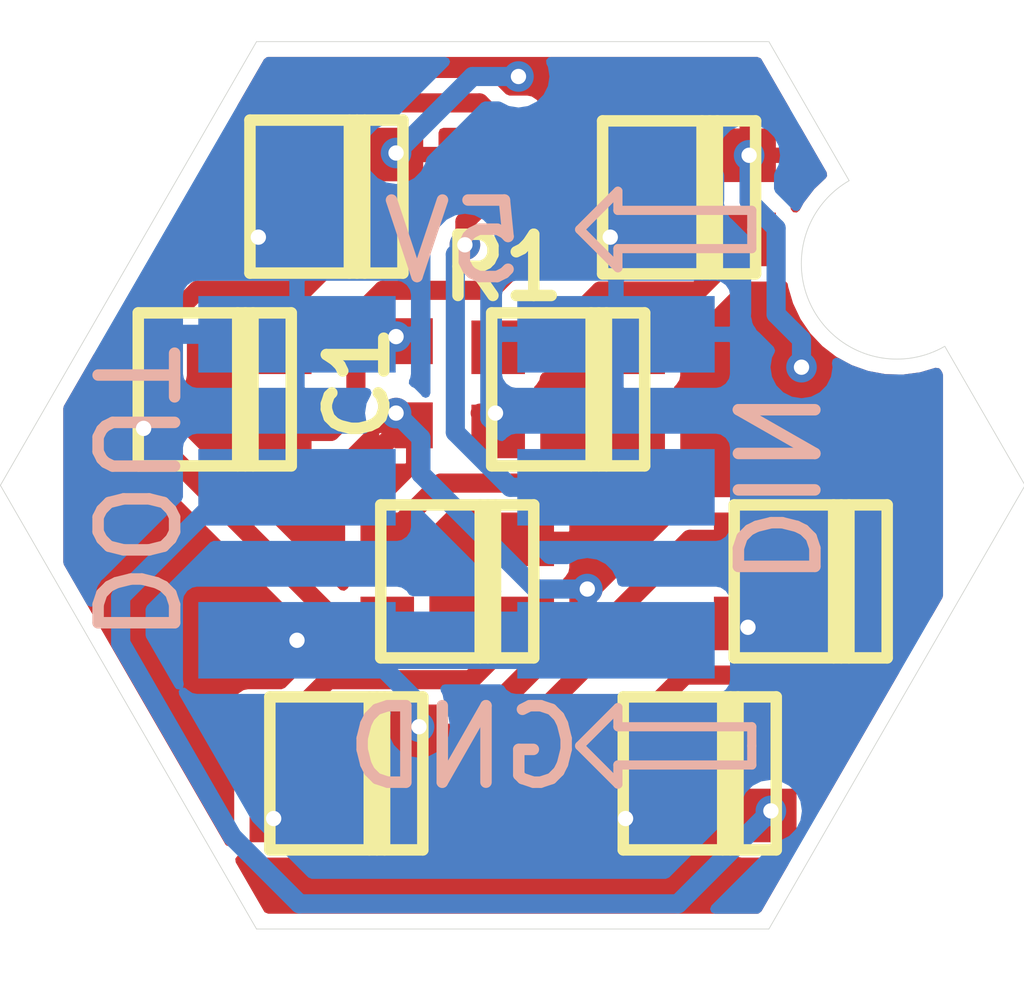
<source format=kicad_pcb>
(kicad_pcb (version 20211014) (generator pcbnew)
  (layers (0 "F.Cu" signal) (31 "B.Cu" signal) (34 "B.Paste" user) (35 "F.Paste" user) (36 "B.SilkS" user "B.Silkscreen") (37 "F.SilkS" user "F.Silkscreen") (38 "B.Mask" user) (39 "F.Mask" user) (44 "Edge.Cuts" user))
  (net 0 "")
  (net 1 "GND")
  (net 2 "+5V")
  (net 3 "R1_R2")
  (net 4 "R2_R3")
  (net 5 "LED_IN")
  (net 6 "LED_OUT")
  (net 7 "Net-(D1-Pad4)")
  (net 8 "Net-(D1-Pad2)")
  (net 9 "Net-(D3-Pad2)")
  (net 10 "Net-(D4-Pad2)")
  (net 11 "Net-(D5-Pad2)")
  (net 12 "Net-(D7-Pad2)")
  (footprint "Capacitors_SMD:C_0402_NoSilk" (layer "F.Cu") (at 150.83 98.01 -90)
    (fp_text reference "C1" (at 0 0.73 90) (layer "F.SilkS") (effects (font (size 0.75 0.75))))
    (fp_text value "100nF" hide)
    (pad "1" smd rect locked (at -0.55 0 270) (size 0.6 0.5) (layers "F.Cu" "F.Paste" "F.Mask") (net 2 "+5V"))
    (pad "2" smd rect locked (at 0.55 0 270) (size 0.6 0.5) (layers "F.Cu" "F.Paste" "F.Mask") (net 1 "GND"))
  )
  (footprint "Resistors_SMD:R_0402_NoSilk" (layer "F.Cu") (at 151.995 95.1 90)
    (fp_text reference "R1" (at -1.4 0.005 180) (layer "F.SilkS") (effects (font (size 0.8 0.8))))
    (fp_text value "470R" hide)
    (pad "1" smd rect locked (at -0.45 0 90) (size 0.4 0.6) (layers "F.Cu" "F.Paste" "F.Mask") (net 5 "LED_IN"))
    (pad "2" smd rect locked (at 0.45 0 90) (size 0.4 0.6) (layers "F.Cu" "F.Paste" "F.Mask") (net 7 "Net-(D1-Pad4)"))
  )
  (footprint "RGBW_LED_circular_panel_for_Stealthburner:WS2812B-2020" (layer "F.Cu") (at 149.69 95.57)
    (fp_text reference "D1" hide)
    (fp_text value "WS2812B" hide)
    (fp_line (start 1 1) (end 1 -1) (layer "F.SilkS") (width 0.15))
    (fp_line (start 0.3 1) (end 0.3 -1) (layer "F.SilkS") (width 0.15))
    (fp_line (start -1 1) (end 1 1) (layer "F.SilkS") (width 0.15))
    (fp_line (start 0.5 -1) (end 0.5 1) (layer "F.SilkS") (width 0.15))
    (fp_line (start 0.4 -1) (end 0.4 1) (layer "F.SilkS") (width 0.15))
    (fp_line (start 1 -1) (end -1 -1) (layer "F.SilkS") (width 0.15))
    (fp_line (start -1 -1) (end -1 1) (layer "F.SilkS") (width 0.15))
    (pad "1" smd rect locked (at -0.915 0.55) (size 0.7 0.7) (layers "F.Cu" "F.Paste" "F.Mask") (net 2 "+5V"))
    (pad "2" smd rect locked (at 0.915 0.55) (size 0.7 0.7) (layers "F.Cu" "F.Paste" "F.Mask") (net 8 "Net-(D1-Pad2)"))
    (pad "3" smd rect locked (at 0.915 -0.55) (size 0.7 0.7) (layers "F.Cu" "F.Paste" "F.Mask") (net 1 "GND"))
    (pad "4" smd rect locked (at -0.915 -0.55) (size 0.7 0.7) (layers "F.Cu" "F.Paste" "F.Mask") (net 7 "Net-(D1-Pad4)"))
  )
  (footprint "RGBW_LED_circular_panel_for_Stealthburner:WS2812B-2020" (layer "F.Cu") (at 148.23 98.09)
    (fp_text reference "D2" hide)
    (fp_text value "WS2812B" hide)
    (fp_line (start 0.5 -1) (end 0.5 1) (layer "F.SilkS") (width 0.15))
    (fp_line (start -1 1) (end 1 1) (layer "F.SilkS") (width 0.15))
    (fp_line (start 1 -1) (end -1 -1) (layer "F.SilkS") (width 0.15))
    (fp_line (start -1 -1) (end -1 1) (layer "F.SilkS") (width 0.15))
    (fp_line (start 0.3 1) (end 0.3 -1) (layer "F.SilkS") (width 0.15))
    (fp_line (start 1 1) (end 1 -1) (layer "F.SilkS") (width 0.15))
    (fp_line (start 0.4 -1) (end 0.4 1) (layer "F.SilkS") (width 0.15))
    (pad "1" smd rect locked (at -0.915 0.55) (size 0.7 0.7) (layers "F.Cu" "F.Paste" "F.Mask") (net 2 "+5V"))
    (pad "2" smd rect locked (at 0.915 0.55) (size 0.7 0.7) (layers "F.Cu" "F.Paste" "F.Mask") (net 3 "R1_R2"))
    (pad "3" smd rect locked (at 0.915 -0.55) (size 0.7 0.7) (layers "F.Cu" "F.Paste" "F.Mask") (net 1 "GND"))
    (pad "4" smd rect locked (at -0.915 -0.55) (size 0.7 0.7) (layers "F.Cu" "F.Paste" "F.Mask") (net 8 "Net-(D1-Pad2)"))
  )
  (footprint "RGBW_LED_circular_panel_for_Stealthburner:WS2812B-2020" (layer "F.Cu") (at 152.85 98.09)
    (fp_text reference "D4" hide)
    (fp_text value "WS2812B" hide)
    (fp_line (start -1 -1) (end -1 1) (layer "F.SilkS") (width 0.15))
    (fp_line (start 0.3 1) (end 0.3 -1) (layer "F.SilkS") (width 0.15))
    (fp_line (start -1 1) (end 1 1) (layer "F.SilkS") (width 0.15))
    (fp_line (start 1 -1) (end -1 -1) (layer "F.SilkS") (width 0.15))
    (fp_line (start 0.4 -1) (end 0.4 1) (layer "F.SilkS") (width 0.15))
    (fp_line (start 1 1) (end 1 -1) (layer "F.SilkS") (width 0.15))
    (fp_line (start 0.5 -1) (end 0.5 1) (layer "F.SilkS") (width 0.15))
    (pad "1" smd rect locked (at -0.915 0.55) (size 0.7 0.7) (layers "F.Cu" "F.Paste" "F.Mask") (net 2 "+5V"))
    (pad "2" smd rect locked (at 0.915 0.55) (size 0.7 0.7) (layers "F.Cu" "F.Paste" "F.Mask") (net 10 "Net-(D4-Pad2)"))
    (pad "3" smd rect locked (at 0.915 -0.55) (size 0.7 0.7) (layers "F.Cu" "F.Paste" "F.Mask") (net 1 "GND"))
    (pad "4" smd rect locked (at -0.915 -0.55) (size 0.7 0.7) (layers "F.Cu" "F.Paste" "F.Mask") (net 9 "Net-(D3-Pad2)"))
  )
  (footprint "RGBW_LED_circular_panel_for_Stealthburner:WS2812B-2020" (layer "F.Cu") (at 151.4 100.6)
    (fp_text reference "D5" hide)
    (fp_text value "WS2812B" hide)
    (fp_line (start 0.4 -1) (end 0.4 1) (layer "F.SilkS") (width 0.15))
    (fp_line (start -1 -1) (end -1 1) (layer "F.SilkS") (width 0.15))
    (fp_line (start -1 1) (end 1 1) (layer "F.SilkS") (width 0.15))
    (fp_line (start 1 1) (end 1 -1) (layer "F.SilkS") (width 0.15))
    (fp_line (start 0.5 -1) (end 0.5 1) (layer "F.SilkS") (width 0.15))
    (fp_line (start 1 -1) (end -1 -1) (layer "F.SilkS") (width 0.15))
    (fp_line (start 0.3 1) (end 0.3 -1) (layer "F.SilkS") (width 0.15))
    (pad "1" smd rect locked (at -0.915 0.55) (size 0.7 0.7) (layers "F.Cu" "F.Paste" "F.Mask") (net 2 "+5V"))
    (pad "2" smd rect locked (at 0.915 0.55) (size 0.7 0.7) (layers "F.Cu" "F.Paste" "F.Mask") (net 11 "Net-(D5-Pad2)"))
    (pad "3" smd rect locked (at 0.915 -0.55) (size 0.7 0.7) (layers "F.Cu" "F.Paste" "F.Mask") (net 1 "GND"))
    (pad "4" smd rect locked (at -0.915 -0.55) (size 0.7 0.7) (layers "F.Cu" "F.Paste" "F.Mask") (net 10 "Net-(D4-Pad2)"))
  )
  (footprint "RGBW_LED_circular_panel_for_Stealthburner:WS2812B-2020" (layer "F.Cu") (at 149.95 103.11)
    (fp_text reference "D6" hide)
    (fp_text value "WS2812B" hide)
    (fp_line (start 0.5 -1) (end 0.5 1) (layer "F.SilkS") (width 0.15))
    (fp_line (start -1 1) (end 1 1) (layer "F.SilkS") (width 0.15))
    (fp_line (start 0.3 1) (end 0.3 -1) (layer "F.SilkS") (width 0.15))
    (fp_line (start 1 1) (end 1 -1) (layer "F.SilkS") (width 0.15))
    (fp_line (start 1 -1) (end -1 -1) (layer "F.SilkS") (width 0.15))
    (fp_line (start -1 -1) (end -1 1) (layer "F.SilkS") (width 0.15))
    (fp_line (start 0.4 -1) (end 0.4 1) (layer "F.SilkS") (width 0.15))
    (pad "1" smd rect locked (at -0.915 0.55) (size 0.7 0.7) (layers "F.Cu" "F.Paste" "F.Mask") (net 2 "+5V"))
    (pad "2" smd rect locked (at 0.915 0.55) (size 0.7 0.7) (layers "F.Cu" "F.Paste" "F.Mask") (net 4 "R2_R3"))
    (pad "3" smd rect locked (at 0.915 -0.55) (size 0.7 0.7) (layers "F.Cu" "F.Paste" "F.Mask") (net 1 "GND"))
    (pad "4" smd rect locked (at -0.915 -0.55) (size 0.7 0.7) (layers "F.Cu" "F.Paste" "F.Mask") (net 11 "Net-(D5-Pad2)"))
  )
  (footprint "RGBW_LED_circular_panel_for_Stealthburner:WS2812B-2020" (layer "F.Cu") (at 156.02 100.6)
    (fp_text reference "D7" hide)
    (fp_text value "WS2812B" hide)
    (fp_line (start -1 1) (end 1 1) (layer "F.SilkS") (width 0.15))
    (fp_line (start -1 -1) (end -1 1) (layer "F.SilkS") (width 0.15))
    (fp_line (start 1 -1) (end -1 -1) (layer "F.SilkS") (width 0.15))
    (fp_line (start 0.3 1) (end 0.3 -1) (layer "F.SilkS") (width 0.15))
    (fp_line (start 1 1) (end 1 -1) (layer "F.SilkS") (width 0.15))
    (fp_line (start 0.5 -1) (end 0.5 1) (layer "F.SilkS") (width 0.15))
    (fp_line (start 0.4 -1) (end 0.4 1) (layer "F.SilkS") (width 0.15))
    (pad "1" smd rect locked (at -0.915 0.55) (size 0.7 0.7) (layers "F.Cu" "F.Paste" "F.Mask") (net 2 "+5V"))
    (pad "2" smd rect locked (at 0.915 0.55) (size 0.7 0.7) (layers "F.Cu" "F.Paste" "F.Mask") (net 12 "Net-(D7-Pad2)"))
    (pad "3" smd rect locked (at 0.915 -0.55) (size 0.7 0.7) (layers "F.Cu" "F.Paste" "F.Mask") (net 1 "GND"))
    (pad "4" smd rect locked (at -0.915 -0.55) (size 0.7 0.7) (layers "F.Cu" "F.Paste" "F.Mask") (net 4 "R2_R3"))
  )
  (footprint "RGBW_LED_circular_panel_for_Stealthburner:WS2812B-2020" (layer "F.Cu") (at 154.57 103.11)
    (fp_text reference "D8" hide)
    (fp_text value "WS2812B" hide)
    (fp_line (start 0.3 1) (end 0.3 -1) (layer "F.SilkS") (width 0.15))
    (fp_line (start -1 -1) (end -1 1) (layer "F.SilkS") (width 0.15))
    (fp_line (start -1 1) (end 1 1) (layer "F.SilkS") (width 0.15))
    (fp_line (start 1 1) (end 1 -1) (layer "F.SilkS") (width 0.15))
    (fp_line (start 1 -1) (end -1 -1) (layer "F.SilkS") (width 0.15))
    (fp_line (start 0.4 -1) (end 0.4 1) (layer "F.SilkS") (width 0.15))
    (fp_line (start 0.5 -1) (end 0.5 1) (layer "F.SilkS") (width 0.15))
    (pad "1" smd rect locked (at -0.915 0.55) (size 0.7 0.7) (layers "F.Cu" "F.Paste" "F.Mask") (net 2 "+5V"))
    (pad "2" smd rect locked (at 0.915 0.55) (size 0.7 0.7) (layers "F.Cu" "F.Paste" "F.Mask") (net 6 "LED_OUT"))
    (pad "3" smd rect locked (at 0.915 -0.55) (size 0.7 0.7) (layers "F.Cu" "F.Paste" "F.Mask") (net 1 "GND"))
    (pad "4" smd rect locked (at -0.915 -0.55) (size 0.7 0.7) (layers "F.Cu" "F.Paste" "F.Mask") (net 12 "Net-(D7-Pad2)"))
  )
  (footprint "RGBW_LED_circular_panel_for_Stealthburner:WS2812B-2020" (layer "F.Cu") (at 154.3 95.58)
    (fp_text reference "D3" hide)
    (fp_text value "WS2812B" hide)
    (fp_line (start 0.4 -1) (end 0.4 1) (layer "F.SilkS") (width 0.15))
    (fp_line (start -1 1) (end 1 1) (layer "F.SilkS") (width 0.15))
    (fp_line (start -1 -1) (end -1 1) (layer "F.SilkS") (width 0.15))
    (fp_line (start 1 -1) (end -1 -1) (layer "F.SilkS") (width 0.15))
    (fp_line (start 0.5 -1) (end 0.5 1) (layer "F.SilkS") (width 0.15))
    (fp_line (start 0.3 1) (end 0.3 -1) (layer "F.SilkS") (width 0.15))
    (fp_line (start 1 1) (end 1 -1) (layer "F.SilkS") (width 0.15))
    (pad "1" smd rect locked (at -0.915 0.55) (size 0.7 0.7) (layers "F.Cu" "F.Paste" "F.Mask") (net 2 "+5V"))
    (pad "2" smd rect locked (at 0.915 0.55) (size 0.7 0.7) (layers "F.Cu" "F.Paste" "F.Mask") (net 9 "Net-(D3-Pad2)"))
    (pad "3" smd rect locked (at 0.915 -0.55) (size 0.7 0.7) (layers "F.Cu" "F.Paste" "F.Mask") (net 1 "GND"))
    (pad "4" smd rect locked (at -0.915 -0.55) (size 0.7 0.7) (layers "F.Cu" "F.Paste" "F.Mask") (net 3 "R1_R2"))
  )
  (footprint "Pin_Headers:Pin_Header_Straight_2x03_Pitch2.00mm_SMD" (layer "B.Cu") (at 151.39 99.37 180)
    (fp_text reference "J1" hide)
    (fp_text value "Conn_02x03_Odd_Even" hide)
    (pad "1" smd rect locked (at -2.085 2 180) (size 2.58 1) (layers "B.Cu" "B.Paste" "B.Mask") (net 2 "+5V"))
    (pad "2" smd rect locked (at 2.085 2 180) (size 2.58 1) (layers "B.Cu" "B.Paste" "B.Mask") (net 2 "+5V"))
    (pad "3" smd rect locked (at -2.085 0 180) (size 2.58 1) (layers "B.Cu" "B.Paste" "B.Mask") (net 5 "LED_IN"))
    (pad "4" smd rect locked (at 2.085 0 180) (size 2.58 1) (layers "B.Cu" "B.Paste" "B.Mask") (net 6 "LED_OUT"))
    (pad "5" smd rect locked (at -2.085 -2 180) (size 2.58 1) (layers "B.Cu" "B.Paste" "B.Mask") (net 1 "GND"))
    (pad "6" smd rect locked (at 2.085 -2 180) (size 2.58 1) (layers "B.Cu" "B.Paste" "B.Mask") (net 1 "GND"))
  )
  (gr_line (start 155.25 96.25) (end 155.25 96) (layer "B.SilkS") (width 0.12))
  (gr_line (start 153.5 102.5) (end 153.5 102.25) (layer "B.SilkS") (width 0.12))
  (gr_line (start 153.5 96.25) (end 155.25 96.25) (layer "B.SilkS") (width 0.12))
  (gr_line (start 155.25 102.75) (end 155.25 102.5) (layer "B.SilkS") (width 0.12))
  (gr_line (start 153.5 103.25) (end 153.5 103) (layer "B.SilkS") (width 0.12))
  (gr_line (start 155.25 103) (end 155.25 102.75) (layer "B.SilkS") (width 0.12))
  (gr_line (start 153 96) (end 153.5 96.5) (layer "B.SilkS") (width 0.12))
  (gr_line (start 153.5 95.75) (end 153.5 95.5) (layer "B.SilkS") (width 0.12))
  (gr_line (start 153 102.75) (end 153.5 103.25) (layer "B.SilkS") (width 0.12))
  (gr_line (start 155.25 102.5) (end 153.5 102.5) (layer "B.SilkS") (width 0.12))
  (gr_line (start 153.5 95.5) (end 153 96) (layer "B.SilkS") (width 0.12))
  (gr_line (start 153.5 102.25) (end 153 102.75) (layer "B.SilkS") (width 0.12))
  (gr_line (start 155.25 96) (end 155.25 95.75) (layer "B.SilkS") (width 0.12))
  (gr_line (start 153.5 96.5) (end 153.5 96.25) (layer "B.SilkS") (width 0.12))
  (gr_line (start 155.25 95.75) (end 153.5 95.75) (layer "B.SilkS") (width 0.12))
  (gr_line (start 153.5 103) (end 155.25 103) (layer "B.SilkS") (width 0.12))
  (gr_line (start 148.77637 105.144263) (end 155.473632 105.144263) (layer "Edge.Cuts") (width 0.01))
  (gr_line (start 156.522948 95.361732) (end 155.473632 93.544264) (layer "Edge.Cuts") (width 0.01))
  (gr_arc (start 157.772948 97.526796) (mid 156.065416 97.069264) (end 156.522948 95.361732) (layer "Edge.Cuts") (width 0.01))
  (gr_line (start 148.77637 93.544264) (end 145.427738 99.344264) (layer "Edge.Cuts") (width 0.01))
  (gr_line (start 155.473632 105.144263) (end 158.822264 99.344264) (layer "Edge.Cuts") (width 0.01))
  (gr_line (start 145.427738 99.344264) (end 148.77637 105.144263) (layer "Edge.Cuts") (width 0.01))
  (gr_line (start 157.772948 97.526795) (end 158.822264 99.344264) (layer "Edge.Cuts") (width 0.01))
  (gr_line (start 148.77637 93.544264) (end 155.473632 93.544264) (layer "Edge.Cuts") (width 0.01))
  (gr_text "DOUT" (at 147.16 99.45 270) (layer "B.SilkS") (effects (font (size 1 1)) (justify mirror)))
  (gr_text "5V" (at 151.35 96.16) (layer "B.SilkS") (effects (font (size 1 1)) (justify mirror)))
  (gr_text "GND" (at 151.49 102.77) (layer "B.SilkS") (effects (font (size 1 1)) (justify mirror)))
  (gr_text "DIN" (at 155.53 99.38 270) (layer "B.SilkS") (effects (font (size 1 1)) (justify mirror)))
  (segment (start 155.215 95.03) (end 155.215 95.03) (width 0.25) (layer "F.Cu") (net 1))
  (segment (start 148.545 97.54) (end 149.145 97.54) (width 0.25) (layer "F.Cu") (net 1))
  (segment (start 155 94) (end 155.215 94.215) (width 0.25) (layer "F.Cu") (net 1))
  (segment (start 150.83 98.56) (end 150.689998 98.56) (width 0.25) (layer "F.Cu") (net 1))
  (segment (start 155.215 94.215) (end 155.215 95.03) (width 0.25) (layer "F.Cu") (net 1))
  (segment (start 149.809999 99.439999) (end 148.776409 99.439999) (width 0.25) (layer "F.Cu") (net 1))
  (segment (start 148.776409 99.439999) (end 148.3 98.96359) (width 0.25) (layer "F.Cu") (net 1))
  (segment (start 148.3 98.96359) (end 148.3 97.785) (width 0.25) (layer "F.Cu") (net 1))
  (segment (start 150.689998 98.56) (end 149.809999 99.439999) (width 0.25) (layer "F.Cu") (net 1))
  (segment (start 148.3 97.785) (end 148.545 97.54) (width 0.25) (layer "F.Cu") (net 1))
  (segment (start 152.2 94) (end 155 94) (width 0.25) (layer "F.Cu") (net 1))
  (via (at 149.305 101.37) (size 0.4) (drill 0.2) (layers "F.Cu" "B.Cu") (net 1))
  (via (at 155.9 97.8) (size 0.4) (drill 0.2) (layers "F.Cu" "B.Cu") (net 1))
  (via (at 150.6 95) (size 0.4) (drill 0.2) (layers "F.Cu" "B.Cu") (net 1))
  (via (at 150.9 102.5) (size 0.4) (drill 0.2) (layers "F.Cu" "B.Cu") (net 1))
  (via (at 150.6 98.4) (size 0.4) (drill 0.2) (layers "F.Cu" "B.Cu") (net 1))
  (via (at 155.215 95.03) (size 0.4) (drill 0.2) (layers "F.Cu" "B.Cu") (net 1))
  (via (at 153.1 100.7) (size 0.4) (drill 0.2) (layers "F.Cu" "B.Cu") (net 1))
  (via (at 152.2 94) (size 0.4) (drill 0.2) (layers "F.Cu" "B.Cu") (net 1))
  (segment (start 149.305 101.37) (end 149.305 101.37) (width 0.75) (layer "B.Cu") (net 1))
  (segment (start 153.475 101.37) (end 149.305 101.37) (width 0.75) (layer "B.Cu") (net 1))
  (segment (start 150.6 95) (end 151.6 94) (width 0.25) (layer "B.Cu") (net 1))
  (segment (start 152.429998 100.7) (end 153.1 100.7) (width 0.25) (layer "B.Cu") (net 1))
  (segment (start 155.568161 95.983161) (end 155.215 95.63) (width 0.25) (layer "B.Cu") (net 1))
  (segment (start 151.6 94) (end 152.2 94) (width 0.25) (layer "B.Cu") (net 1))
  (segment (start 155.9 97.439002) (end 155.568161 97.107163) (width 0.25) (layer "B.Cu") (net 1))
  (segment (start 153.475 101.37) (end 153.475 101.37) (width 0.75) (layer "B.Cu") (net 1))
  (segment (start 155.568161 97.107163) (end 155.568161 95.983161) (width 0.25) (layer "B.Cu") (net 1))
  (segment (start 155.9 97.8) (end 155.9 97.439002) (width 0.25) (layer "B.Cu") (net 1))
  (segment (start 150.924989 98.724989) (end 150.924989 99.194991) (width 0.25) (layer "B.Cu") (net 1))
  (segment (start 150.07 101.37) (end 150.9 102.2) (width 0.25) (layer "B.Cu") (net 1))
  (segment (start 155.215 95.63) (end 155.215 95.03) (width 0.25) (layer "B.Cu") (net 1))
  (segment (start 150.6 98.4) (end 150.924989 98.724989) (width 0.25) (layer "B.Cu") (net 1))
  (segment (start 150.924989 99.194991) (end 152.429998 100.7) (width 0.25) (layer "B.Cu") (net 1))
  (segment (start 153.1 100.7) (end 153.1 100.995) (width 0.25) (layer "B.Cu") (net 1))
  (segment (start 150.9 102.2) (end 150.9 102.5) (width 0.25) (layer "B.Cu") (net 1))
  (segment (start 149.305 101.37) (end 150.07 101.37) (width 0.25) (layer "B.Cu") (net 1))
  (segment (start 153.1 100.995) (end 153.475 101.37) (width 0.25) (layer "B.Cu") (net 1))
  (segment (start 151.935 98.635) (end 151.7 98.4) (width 0.25) (layer "F.Cu") (net 2))
  (segment (start 147.3 98.6) (end 149.85 101.15) (width 0.25) (layer "F.Cu") (net 2))
  (segment (start 151.935 98.64) (end 151.935 98.635) (width 0.25) (layer "F.Cu") (net 2))
  (segment (start 150.83 97.46) (end 150.66 97.46) (width 0.25) (layer "F.Cu") (net 2))
  (segment (start 149.85 101.15) (end 150.485 101.15) (width 0.25) (layer "F.Cu") (net 2))
  (segment (start 150.66 97.46) (end 150.6 97.4) (width 0.25) (layer "F.Cu") (net 2))
  (via (at 148.8 96.1) (size 0.4) (drill 0.2) (layers "F.Cu" "B.Cu") (net 2))
  (via (at 153.4 96.1) (size 0.4) (drill 0.2) (layers "F.Cu" "B.Cu") (net 2))
  (via (at 150.6 97.4) (size 0.4) (drill 0.2) (layers "F.Cu" "B.Cu") (net 2))
  (via (at 149 103.7) (size 0.4) (drill 0.2) (layers "F.Cu" "B.Cu") (net 2))
  (via (at 151.9 98.4) (size 0.4) (drill 0.2) (layers "F.Cu" "B.Cu") (net 2))
  (via (at 147.3 98.6) (size 0.4) (drill 0.2) (layers "F.Cu" "B.Cu") (net 2))
  (via (at 155.2 101.2) (size 0.4) (drill 0.2) (layers "F.Cu" "B.Cu") (net 2))
  (via (at 153.6 103.7) (size 0.4) (drill 0.2) (layers "F.Cu" "B.Cu") (net 2))
  (segment (start 149.305 97.37) (end 147.73 97.37) (width 0.25) (layer "B.Cu") (net 2))
  (segment (start 149.305 97.37) (end 150.57 97.37) (width 0.25) (layer "B.Cu") (net 2))
  (segment (start 147.73 97.37) (end 147.3 97.8) (width 0.25) (layer "B.Cu") (net 2))
  (segment (start 150.57 97.37) (end 150.6 97.4) (width 0.25) (layer "B.Cu") (net 2))
  (segment (start 147.3 97.8) (end 147.3 98.6) (width 0.25) (layer "B.Cu") (net 2))
  (segment (start 149.145 98.64) (end 149.745 98.64) (width 0.25) (layer "F.Cu") (net 3))
  (segment (start 152.709999 95.519999) (end 153.199998 95.03) (width 0.25) (layer "F.Cu") (net 3))
  (segment (start 149.745 98.64) (end 150.074999 98.310001) (width 0.25) (layer "F.Cu") (net 3))
  (segment (start 153.199998 95.03) (end 153.385 95.03) (width 0.25) (layer "F.Cu") (net 3))
  (segment (start 150.074999 97.147999) (end 150.427997 96.795001) (width 0.25) (layer "F.Cu") (net 3))
  (segment (start 150.074999 98.310001) (end 150.074999 97.147999) (width 0.25) (layer "F.Cu") (net 3))
  (segment (start 151.835001 96.795001) (end 152.709999 95.920003) (width 0.25) (layer "F.Cu") (net 3))
  (segment (start 152.709999 95.920003) (end 152.709999 95.519999) (width 0.25) (layer "F.Cu") (net 3))
  (segment (start 150.427997 96.795001) (end 151.835001 96.795001) (width 0.25) (layer "F.Cu") (net 3))
  (segment (start 153.374999 101.117999) (end 154.442998 100.05) (width 0.25) (layer "F.Cu") (net 4))
  (segment (start 150.865 103.66) (end 151.14 103.66) (width 0.25) (layer "F.Cu") (net 4))
  (segment (start 154.442998 100.05) (end 155.105 100.05) (width 0.25) (layer "F.Cu") (net 4))
  (segment (start 151.14 103.66) (end 153.374999 101.425001) (width 0.25) (layer "F.Cu") (net 4))
  (segment (start 153.374999 101.425001) (end 153.374999 101.117999) (width 0.25) (layer "F.Cu") (net 4))
  (segment (start 151.5 95.9) (end 151.5 96.2) (width 0.25) (layer "F.Cu") (net 5))
  (segment (start 151.85 95.55) (end 151.5 95.9) (width 0.25) (layer "F.Cu") (net 5))
  (segment (start 151.995 95.55) (end 151.85 95.55) (width 0.25) (layer "F.Cu") (net 5))
  (via (at 151.5 96.2) (size 0.4) (drill 0.2) (layers "F.Cu" "B.Cu") (net 5))
  (segment (start 151.374999 98.652001) (end 152.092998 99.37) (width 0.25) (layer "B.Cu") (net 5))
  (segment (start 151.5 96.2) (end 151.374999 96.325001) (width 0.25) (layer "B.Cu") (net 5))
  (segment (start 151.374999 96.325001) (end 151.374999 98.652001) (width 0.25) (layer "B.Cu") (net 5))
  (segment (start 152.092998 99.37) (end 153.475 99.37) (width 0.25) (layer "B.Cu") (net 5))
  (via (at 155.5 103.6) (size 0.4) (drill 0.2) (layers "F.Cu" "B.Cu") (net 6))
  (segment (start 155.5 103.6) (end 154.285747 104.814253) (width 0.25) (layer "B.Cu") (net 6))
  (segment (start 147 100.8) (end 148.43 99.37) (width 0.25) (layer "B.Cu") (net 6))
  (segment (start 149.337251 104.814253) (end 148.460994 103.937996) (width 0.25) (layer "B.Cu") (net 6))
  (segment (start 147 101.407481) (end 147 100.8) (width 0.25) (layer "B.Cu") (net 6))
  (segment (start 148.43 99.37) (end 149.305 99.37) (width 0.25) (layer "B.Cu") (net 6))
  (segment (start 148.460994 103.937996) (end 147 101.407481) (width 0.25) (layer "B.Cu") (net 6))
  (segment (start 154.285747 104.814253) (end 149.337251 104.814253) (width 0.25) (layer "B.Cu") (net 6))
  (segment (start 149.450001 94.344999) (end 148.775 95.02) (width 0.25) (layer "F.Cu") (net 7))
  (segment (start 151.689999 94.344999) (end 149.450001 94.344999) (width 0.25) (layer "F.Cu") (net 7))
  (segment (start 151.995 94.65) (end 151.689999 94.344999) (width 0.25) (layer "F.Cu") (net 7))
  (segment (start 149.385001 96.795001) (end 150.060002 96.12) (width 0.25) (layer "F.Cu") (net 8))
  (segment (start 147.315 97.54) (end 147.315 97.485) (width 0.25) (layer "F.Cu") (net 8))
  (segment (start 150.060002 96.12) (end 150.605 96.12) (width 0.25) (layer "F.Cu") (net 8))
  (segment (start 148.004999 96.795001) (end 149.385001 96.795001) (width 0.25) (layer "F.Cu") (net 8))
  (segment (start 147.315 97.485) (end 148.004999 96.795001) (width 0.25) (layer "F.Cu") (net 8))
  (segment (start 153.269999 96.805001) (end 154.539999 96.805001) (width 0.25) (layer "F.Cu") (net 9))
  (segment (start 154.539999 96.805001) (end 155.215 96.13) (width 0.25) (layer "F.Cu") (net 9))
  (segment (start 151.935 97.54) (end 152.535 97.54) (width 0.25) (layer "F.Cu") (net 9))
  (segment (start 152.535 97.54) (end 153.269999 96.805001) (width 0.25) (layer "F.Cu") (net 9))
  (segment (start 150.485 100.015) (end 151.184999 99.315001) (width 0.25) (layer "F.Cu") (net 10))
  (segment (start 153.089999 99.315001) (end 153.765 98.64) (width 0.25) (layer "F.Cu") (net 10))
  (segment (start 150.485 100.05) (end 150.485 100.015) (width 0.25) (layer "F.Cu") (net 10))
  (segment (start 151.184999 99.315001) (end 153.089999 99.315001) (width 0.25) (layer "F.Cu") (net 10))
  (segment (start 149.04 102.56) (end 149.715001 101.884999) (width 0.25) (layer "F.Cu") (net 11))
  (segment (start 149.035 102.56) (end 149.04 102.56) (width 0.25) (layer "F.Cu") (net 11))
  (segment (start 151.580001 101.884999) (end 152.315 101.15) (width 0.25) (layer "F.Cu") (net 11))
  (segment (start 149.715001 101.884999) (end 151.580001 101.884999) (width 0.25) (layer "F.Cu") (net 11))
  (segment (start 154.374999 101.825001) (end 156.259999 101.825001) (width 0.25) (layer "F.Cu") (net 12))
  (segment (start 156.259999 101.825001) (end 156.935 101.15) (width 0.25) (layer "F.Cu") (net 12))
  (segment (start 153.655 102.56) (end 153.655 102.545) (width 0.25) (layer "F.Cu") (net 12))
  (segment (start 153.655 102.545) (end 154.374999 101.825001) (width 0.25) (layer "F.Cu") (net 12))
  (zone (net 1) (net_name "GND") (layer "F.Cu") (connect_pads (clearance 0.2)) (min_thickness 0.127) (fill yes (thermal_gap 0.2) (thermal_bridge_width 0.2))
    (polygon (pts (xy 157.75 106) (xy 146.25 106) (xy 146.25 93) (xy 157.75 93)))
  )
  (zone (net 2) (net_name "+5V") (layer "B.Cu") (connect_pads (clearance 0.2)) (min_thickness 0.127) (fill yes (thermal_gap 0.2) (thermal_bridge_width 0.2))
    (polygon (pts (xy 157.75 106) (xy 146.25 106) (xy 146.25 93) (xy 157.75 93)))
  )
)
</source>
